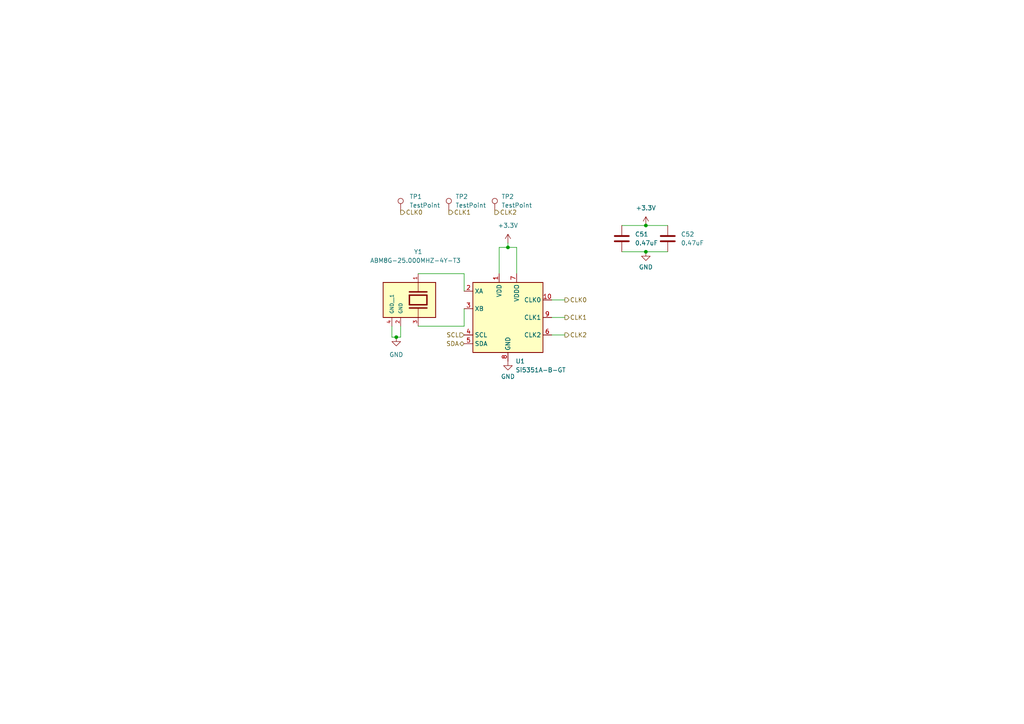
<source format=kicad_sch>
(kicad_sch (version 20230121) (generator eeschema)
  (paper "A4")
  (lib_symbols
    (symbol "ABM8G-25.000MHZ-4Y-T3:ABM8G-25.000MHZ-4Y-T3" (pin_names (offset 1.016))
      (property "Reference" "Y" (at -0.635 6.35 0))
      (property "Value" "ABM8G-25.000MHZ-4Y-T3" (at -12.7 -12.7 0))
      (symbol "ABM8G-25.000MHZ-4Y-T3_0_0"
        (rectangle (start -5.08 -10.16) (end 5.08 5.08) (stroke (width 0.254)) (fill (type background)))
        (polyline (pts (xy -5.08 0) (xy -2.54 0)) (stroke (width 0.1524)))
        (polyline (pts (xy -2.3368 2.54) (xy -2.3368 -2.54)) (stroke (width 0.4064)))
        (polyline (pts (xy -1.397 2.54) (xy -1.397 -2.54)) (stroke (width 0.4064)))
        (polyline (pts (xy -1.397 2.54) (xy 1.397 2.54)) (stroke (width 0.4064)))
        (polyline (pts (xy 1.397 -2.54) (xy -1.397 -2.54)) (stroke (width 0.4064)))
        (polyline (pts (xy 1.397 2.54) (xy 1.397 -2.54)) (stroke (width 0.4064)))
        (polyline (pts (xy 2.3368 2.54) (xy 2.3368 -2.54)) (stroke (width 0.4064)))
        (polyline (pts (xy 2.54 0) (xy 5.08 0)) (stroke (width 0.1524)))
        (pin passive line (at -7.62 0 0) (length 2.54) (name "~") (number "1"))
        (pin power_in line (at 7.62 -5.08 180) (length 2.54) (name "GND") (number "2"))
        (pin passive line (at 7.62 0 180) (length 2.54) (name "~") (number "3"))
        (pin power_in line (at 7.62 -7.62 180) (length 2.54) (name "GND__1") (number "4"))
      )
    )
    (symbol "Connector:TestPoint" (pin_numbers hide) (pin_names (offset 0.762) hide)
      (property "Reference" "TP" (at 0 6.858 0))
      (property "Value" "TestPoint" (at 0 5.08 0))
      (symbol "TestPoint_0_1"
        (circle (center 0 3.302) (radius 0.762))
      )
      (symbol "TestPoint_1_1"
        (pin passive line (at 0 0 90) (length 2.54) (name "1") (number "1"))
      )
    )
    (symbol "Device:C" (pin_numbers hide) (pin_names (offset 0.254))
      (property "Reference" "C" (at 0.635 2.54 0))
      (property "Value" "C" (at 0.635 -2.54 0))
      (symbol "C_0_1"
        (polyline (pts (xy -2.032 -0.762) (xy 2.032 -0.762)) (stroke (width 0.508)))
        (polyline (pts (xy -2.032 0.762) (xy 2.032 0.762)) (stroke (width 0.508)))
      )
      (symbol "C_1_1"
        (pin passive line (at 0 3.81 270) (length 2.794) (name "~") (number "1"))
        (pin passive line (at 0 -3.81 90) (length 2.794) (name "~") (number "2"))
      )
    )
    (symbol "Oscillator:Si5351A-B-GT"
      (property "Reference" "U" (at -8.89 11.43 0))
      (property "Value" "Si5351A-B-GT" (at -12.7 -12.7 0))
      (symbol "Si5351A-B-GT_0_1"
        (rectangle (start -10.16 10.16) (end 10.16 -10.16) (stroke (width 0.254)) (fill (type background)))
      )
      (symbol "Si5351A-B-GT_1_1"
        (pin power_in line (at -2.54 12.7 270) (length 2.54) (name "VDD") (number "1"))
        (pin output line (at 12.7 5.08 180) (length 2.54) (name "CLK0") (number "10"))
        (pin input line (at -12.7 7.62 0) (length 2.54) (name "XA") (number "2"))
        (pin input line (at -12.7 2.54 0) (length 2.54) (name "XB") (number "3"))
        (pin input line (at -12.7 -5.08 0) (length 2.54) (name "SCL") (number "4"))
        (pin bidirectional line (at -12.7 -7.62 0) (length 2.54) (name "SDA") (number "5"))
        (pin output line (at 12.7 -5.08 180) (length 2.54) (name "CLK2") (number "6"))
        (pin power_in line (at 2.54 12.7 270) (length 2.54) (name "VDDO") (number "7"))
        (pin power_in line (at 0 -12.7 90) (length 2.54) (name "GND") (number "8"))
        (pin output line (at 12.7 0 180) (length 2.54) (name "CLK1") (number "9"))
      )
    )
    (symbol "power:+3.3V" (power) (pin_names (offset 0))
      (property "Value" "+3.3V" (at 0 3.556 0))
      (symbol "+3.3V_0_1"
        (polyline (pts (xy -0.762 1.27) (xy 0 2.54)))
        (polyline (pts (xy 0 0) (xy 0 2.54)))
        (polyline (pts (xy 0 2.54) (xy 0.762 1.27)))
      )
      (symbol "+3.3V_1_1"
        (pin power_in line (at 0 0 90) (length 0) hide (name "+3.3V") (number "1"))
      )
    )
    (symbol "power:GND" (power) (pin_names (offset 0))
      (property "Value" "GND" (at 0 -3.81 0))
      (symbol "GND_0_1"
        (polyline (pts (xy 0 0) (xy 0 -1.27) (xy 1.27 -1.27) (xy 0 -2.54) (xy -1.27 -1.27) (xy 0 -1.27)))
      )
      (symbol "GND_1_1"
        (pin power_in line (at 0 0 270) (length 0) hide (name "GND") (number "1"))
      )
    )
  )
  (junction (at 147.32 71.755))
  (junction (at 187.325 65.405))
  (junction (at 114.935 97.79))
  (junction (at 187.325 73.025))
  (wire (pts (xy 149.86 71.755) (xy 147.32 71.755)))
  (wire (pts (xy 187.325 65.405) (xy 193.675 65.405)))
  (wire (pts (xy 121.285 79.375) (xy 134.62 79.375)))
  (wire (pts (xy 116.205 97.79) (xy 114.935 97.79)))
  (wire (pts (xy 116.205 94.615) (xy 116.205 97.79)))
  (wire (pts (xy 147.32 71.755) (xy 144.78 71.755)))
  (wire (pts (xy 180.34 73.025) (xy 187.325 73.025)))
  (wire (pts (xy 180.34 65.405) (xy 187.325 65.405)))
  (wire (pts (xy 160.02 92.075) (xy 163.83 92.075)))
  (wire (pts (xy 134.62 79.375) (xy 134.62 84.455)))
  (wire (pts (xy 160.02 97.155) (xy 163.83 97.155)))
  (wire (pts (xy 134.62 94.615) (xy 134.62 89.535)))
  (wire (pts (xy 113.665 94.615) (xy 113.665 97.79)))
  (wire (pts (xy 160.02 86.995) (xy 163.83 86.995)))
  (wire (pts (xy 121.285 94.615) (xy 134.62 94.615)))
  (wire (pts (xy 113.665 97.79) (xy 114.935 97.79)))
  (wire (pts (xy 149.86 79.375) (xy 149.86 71.755)))
  (wire (pts (xy 187.325 73.025) (xy 193.675 73.025)))
  (wire (pts (xy 144.78 71.755) (xy 144.78 79.375)))
  (wire (pts (xy 147.32 70.485) (xy 147.32 71.755)))
  (hierarchical_label "SDA" (shape bidirectional) (at 134.62 99.695 180))
  (hierarchical_label "CLK2" (shape output) (at 143.51 61.595 0))
  (hierarchical_label "CLK1" (shape output) (at 130.175 61.595 0))
  (hierarchical_label "CLK1" (shape output) (at 163.83 92.075 0))
  (hierarchical_label "CLK0" (shape output) (at 163.83 86.995 0))
  (hierarchical_label "CLK0" (shape output) (at 116.205 61.595 0))
  (hierarchical_label "SCL" (shape input) (at 134.62 97.155 180))
  (hierarchical_label "CLK2" (shape output) (at 163.83 97.155 0))
  (symbol (lib_id "Connector:TestPoint") (at 143.51 61.595 0) (unit 1)
    (property "Reference" "TP2" (at 145.415 57.023 0) (effects (justify left)))
    (property "Value" "TestPoint" (at 145.415 59.563 0) (effects (justify left)))
    (property "Footprint" "TestPoint:TestPoint_Pad_2.5x2.5mm" (effects hide))
    (instances (project "analog_frontend" (path "" (reference "TP2") (unit 1)) (path "" (reference "TP3") (unit 1)) (path "" (reference "TP3") (unit 1))))
  )
  (symbol (lib_id "Oscillator:Si5351A-B-GT") (at 147.32 92.075 0) (unit 1)
    (property "Reference" "U1" (at 149.5141 104.775 0) (effects (justify left)))
    (property "Value" "Si5351A-B-GT" (at 149.5141 107.315 0) (effects (justify left)))
    (property "Footprint" "Package_SO:MSOP-10_3x3mm_P0.5mm" (effects hide))
    (property "Datasheet" "https://www.silabs.com/documents/public/data-sheets/Si5351-B.pdf" (effects hide))
    (instances (project "analog_frontend" (path "" (reference "U1") (unit 1)) (path "" (reference "U1") (unit 1)) (path "" (reference "U16") (unit 1))))
  )
  (symbol (lib_id "power:GND") (at 147.32 104.775 0) (unit 1)
    (property "Reference" "#PWR02" (effects hide))
    (property "Value" "GND" (at 147.32 109.22 0))
    (instances (project "analog_frontend" (path "" (reference "#PWR02") (unit 1)) (path "" (reference "#PWR03") (unit 1)) (path "" (reference "#PWR094") (unit 1))))
  )
  (symbol (lib_id "Connector:TestPoint") (at 130.175 61.595 0) (unit 1)
    (property "Reference" "TP2" (at 132.08 57.023 0) (effects (justify left)))
    (property "Value" "TestPoint" (at 132.08 59.563 0) (effects (justify left)))
    (property "Footprint" "TestPoint:TestPoint_Pad_2.5x2.5mm" (effects hide))
  )
  (symbol (lib_id "power:GND") (at 187.325 73.025 0) (unit 1)
    (property "Reference" "#PWR02" (effects hide))
    (property "Value" "GND" (at 187.325 77.47 0))
    (instances (project "analog_frontend" (path "" (reference "#PWR02") (unit 1)) (path "" (reference "#PWR03") (unit 1)) (path "" (reference "#PWR096") (unit 1))))
  )
  (symbol (lib_id "Device:C") (at 180.34 69.215 0) (unit 1)
    (property "Reference" "C51" (at 184.15 67.945 0) (effects (justify left)))
    (property "Value" "0.47uF" (at 184.15 70.485 0) (effects (justify left)))
    (property "Footprint" "Capacitor_SMD:C_0805_2012Metric" (effects hide))
  )
  (symbol (lib_id "power:GND") (at 114.935 97.79 0) (unit 1)
    (property "Reference" "#PWR01" (effects hide))
    (property "Value" "GND" (at 114.935 102.87 0))
    (instances (project "analog_frontend" (path "" (reference "#PWR01") (unit 1)) (path "" (reference "#PWR01") (unit 1)) (path "" (reference "#PWR092") (unit 1))))
  )
  (symbol (lib_id "Device:C") (at 193.675 69.215 0) (unit 1)
    (property "Reference" "C52" (at 197.485 67.945 0) (effects (justify left)))
    (property "Value" "0.47uF" (at 197.485 70.485 0) (effects (justify left)))
    (property "Footprint" "Capacitor_SMD:C_0805_2012Metric" (effects hide))
  )
  (symbol (lib_id "power:+3.3V") (at 147.32 70.485 0) (unit 1)
    (property "Reference" "#PWR02" (effects hide))
    (property "Value" "+3.3V" (at 147.32 65.405 0))
    (instances (project "analog_frontend" (path "" (reference "#PWR02") (unit 1)) (path "" (reference "#PWR093") (unit 1))))
  )
  (symbol (lib_id "ABM8G-25.000MHZ-4Y-T3:ABM8G-25.000MHZ-4Y-T3") (at 121.285 86.995 270) (unit 1)
    (property "Reference" "Y1" (at 120.015 73.025 90) (effects (justify left)))
    (property "Value" "ABM8G-25.000MHZ-4Y-T3" (at 107.315 75.565 90) (effects (justify left)))
    (property "Footprint" "footprints:XTAL_ABM8G-25.000MHZ-4Y-T3" (effects hide))
    (property "PARTREV" "08.13.15" (effects hide))
    (property "STANDARD" "Manufacturer Recommendations" (effects hide))
    (property "MAXIMUM_PACKAGE_HEIGHT" "1.0 mm" (effects hide))
    (property "MANUFACTURER" "Abracon" (effects hide))
  )
  (symbol (lib_id "power:+3.3V") (at 187.325 65.405 0) (unit 1)
    (property "Reference" "#PWR02" (effects hide))
    (property "Value" "+3.3V" (at 187.325 60.325 0))
    (instances (project "analog_frontend" (path "" (reference "#PWR02") (unit 1)) (path "" (reference "#PWR095") (unit 1))))
  )
  (symbol (lib_id "Connector:TestPoint") (at 116.205 61.595 0) (unit 1)
    (property "Reference" "TP1" (at 118.745 57.023 0) (effects (justify left)))
    (property "Value" "TestPoint" (at 118.745 59.563 0) (effects (justify left)))
    (property "Footprint" "TestPoint:TestPoint_Pad_2.5x2.5mm" (effects hide))
  )
)
</source>
